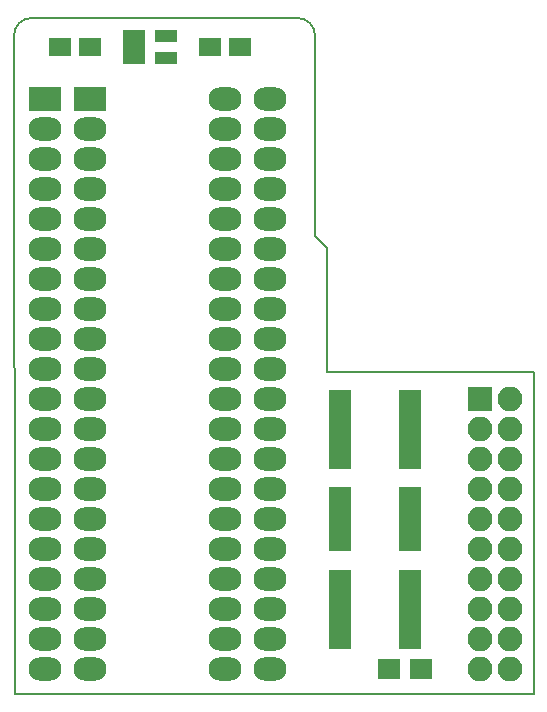
<source format=gbr>
%TF.GenerationSoftware,KiCad,Pcbnew,(5.1.5-0-10_14)*%
%TF.CreationDate,2020-10-24T19:52:31+02:00*%
%TF.ProjectId,c64board,63363462-6f61-4726-942e-6b696361645f,3.1*%
%TF.SameCoordinates,Original*%
%TF.FileFunction,Soldermask,Top*%
%TF.FilePolarity,Negative*%
%FSLAX46Y46*%
G04 Gerber Fmt 4.6, Leading zero omitted, Abs format (unit mm)*
G04 Created by KiCad (PCBNEW (5.1.5-0-10_14)) date 2020-10-24 19:52:31*
%MOMM*%
%LPD*%
G04 APERTURE LIST*
%ADD10C,0.150000*%
%ADD11R,1.900000X1.650000*%
%ADD12O,2.100000X2.100000*%
%ADD13R,2.100000X2.100000*%
%ADD14R,1.900000X1.700000*%
%ADD15R,1.960000X1.050000*%
%ADD16R,1.900000X0.850000*%
%ADD17R,1.850000X0.850000*%
%ADD18O,2.800000X2.000000*%
%ADD19R,2.800000X2.000000*%
G04 APERTURE END LIST*
D10*
X132000000Y-50500000D02*
G75*
G02X133500000Y-49000000I1500000J0D01*
G01*
X156000000Y-49000000D02*
G75*
G02X157500000Y-50500000I0J-1500000D01*
G01*
X157500000Y-67500000D02*
X158500000Y-68500000D01*
X157500000Y-65000000D02*
X157500000Y-67500000D01*
X157500000Y-50500000D02*
X157500000Y-65000000D01*
X158500000Y-79000000D02*
X176000000Y-79000000D01*
X158500000Y-79000000D02*
X158500000Y-68500000D01*
X133500000Y-49000000D02*
X156000000Y-49000000D01*
X132080000Y-106250000D02*
X176000000Y-106250000D01*
X132080000Y-106250000D02*
X132000000Y-50500000D01*
X176000000Y-79000000D02*
X176000000Y-106250000D01*
D11*
X135910000Y-51435000D03*
X138410000Y-51435000D03*
X148610000Y-51435000D03*
X151110000Y-51435000D03*
D12*
X173990000Y-104140000D03*
X171450000Y-104140000D03*
X173990000Y-101600000D03*
X171450000Y-101600000D03*
X173990000Y-99060000D03*
X171450000Y-99060000D03*
X173990000Y-96520000D03*
X171450000Y-96520000D03*
X173990000Y-93980000D03*
X171450000Y-93980000D03*
X173990000Y-91440000D03*
X171450000Y-91440000D03*
X173990000Y-88900000D03*
X171450000Y-88900000D03*
X173990000Y-86360000D03*
X171450000Y-86360000D03*
X173990000Y-83820000D03*
X171450000Y-83820000D03*
X173990000Y-81280000D03*
D13*
X171450000Y-81280000D03*
D14*
X163750000Y-104140000D03*
X166450000Y-104140000D03*
D15*
X144860000Y-50485000D03*
X144860000Y-52385000D03*
X142160000Y-52385000D03*
X142160000Y-51435000D03*
X142160000Y-50485000D03*
D16*
X165510000Y-89165000D03*
X165510000Y-89815000D03*
X165510000Y-90465000D03*
X165510000Y-91115000D03*
X165510000Y-91765000D03*
X165510000Y-92415000D03*
X165510000Y-93065000D03*
X165510000Y-93715000D03*
X159610000Y-93715000D03*
X159610000Y-93065000D03*
X159610000Y-92415000D03*
X159610000Y-91765000D03*
X159610000Y-91115000D03*
X159610000Y-90465000D03*
X159610000Y-89815000D03*
X159610000Y-89165000D03*
D17*
X165510000Y-80895000D03*
X165510000Y-81545000D03*
X165510000Y-82195000D03*
X165510000Y-82845000D03*
X165510000Y-83495000D03*
X165510000Y-84145000D03*
X165510000Y-84795000D03*
X165510000Y-85445000D03*
X165510000Y-86095000D03*
X165510000Y-86745000D03*
X159610000Y-86745000D03*
X159610000Y-86095000D03*
X159610000Y-85445000D03*
X159610000Y-84795000D03*
X159610000Y-84145000D03*
X159610000Y-83495000D03*
X159610000Y-82845000D03*
X159610000Y-82195000D03*
X159610000Y-81545000D03*
X159610000Y-80895000D03*
X159610000Y-96135000D03*
X159610000Y-96785000D03*
X159610000Y-97435000D03*
X159610000Y-98085000D03*
X159610000Y-98735000D03*
X159610000Y-99385000D03*
X159610000Y-100035000D03*
X159610000Y-100685000D03*
X159610000Y-101335000D03*
X159610000Y-101985000D03*
X165510000Y-101985000D03*
X165510000Y-101335000D03*
X165510000Y-100685000D03*
X165510000Y-100035000D03*
X165510000Y-99385000D03*
X165510000Y-98735000D03*
X165510000Y-98085000D03*
X165510000Y-97435000D03*
X165510000Y-96785000D03*
X165510000Y-96135000D03*
D18*
X153670000Y-55880000D03*
X138430000Y-104140000D03*
X153670000Y-58420000D03*
X138430000Y-101600000D03*
X153670000Y-60960000D03*
X138430000Y-99060000D03*
X153670000Y-63500000D03*
X138430000Y-96520000D03*
X153670000Y-66040000D03*
X138430000Y-93980000D03*
X153670000Y-68580000D03*
X138430000Y-91440000D03*
X153670000Y-71120000D03*
X138430000Y-88900000D03*
X153670000Y-73660000D03*
X138430000Y-86360000D03*
X153670000Y-76200000D03*
X138430000Y-83820000D03*
X153670000Y-78740000D03*
X138430000Y-81280000D03*
X153670000Y-81280000D03*
X138430000Y-78740000D03*
X153670000Y-83820000D03*
X138430000Y-76200000D03*
X153670000Y-86360000D03*
X138430000Y-73660000D03*
X153670000Y-88900000D03*
X138430000Y-71120000D03*
X153670000Y-91440000D03*
X138430000Y-68580000D03*
X153670000Y-93980000D03*
X138430000Y-66040000D03*
X153670000Y-96520000D03*
X138430000Y-63500000D03*
X153670000Y-99060000D03*
X138430000Y-60960000D03*
X153670000Y-101600000D03*
X138430000Y-58420000D03*
X153670000Y-104140000D03*
D19*
X138430000Y-55880000D03*
D18*
X149860000Y-55880000D03*
X134620000Y-104140000D03*
X149860000Y-58420000D03*
X134620000Y-101600000D03*
X149860000Y-60960000D03*
X134620000Y-99060000D03*
X149860000Y-63500000D03*
X134620000Y-96520000D03*
X149860000Y-66040000D03*
X134620000Y-93980000D03*
X149860000Y-68580000D03*
X134620000Y-91440000D03*
X149860000Y-71120000D03*
X134620000Y-88900000D03*
X149860000Y-73660000D03*
X134620000Y-86360000D03*
X149860000Y-76200000D03*
X134620000Y-83820000D03*
X149860000Y-78740000D03*
X134620000Y-81280000D03*
X149860000Y-81280000D03*
X134620000Y-78740000D03*
X149860000Y-83820000D03*
X134620000Y-76200000D03*
X149860000Y-86360000D03*
X134620000Y-73660000D03*
X149860000Y-88900000D03*
X134620000Y-71120000D03*
X149860000Y-91440000D03*
X134620000Y-68580000D03*
X149860000Y-93980000D03*
X134620000Y-66040000D03*
X149860000Y-96520000D03*
X134620000Y-63500000D03*
X149860000Y-99060000D03*
X134620000Y-60960000D03*
X149860000Y-101600000D03*
X134620000Y-58420000D03*
X149860000Y-104140000D03*
D19*
X134620000Y-55880000D03*
M02*

</source>
